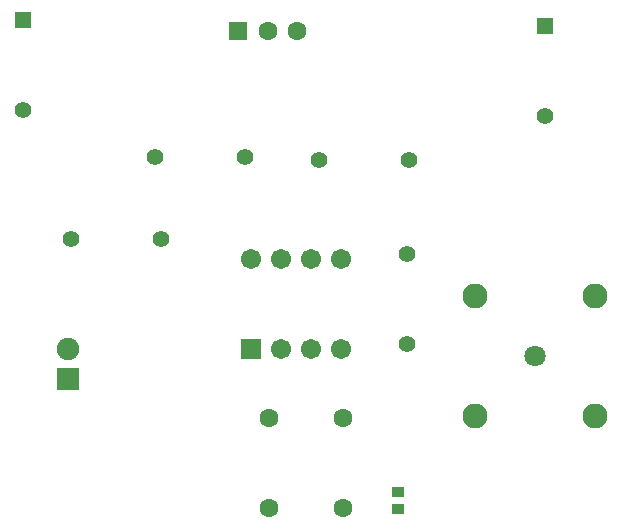
<source format=gts>
G04*
G04 #@! TF.GenerationSoftware,Altium Limited,Altium Designer,20.1.14 (287)*
G04*
G04 Layer_Color=8388736*
%FSLAX25Y25*%
%MOIN*%
G70*
G04*
G04 #@! TF.SameCoordinates,068E075E-6B28-4131-8978-D2EB394F3ECB*
G04*
G04*
G04 #@! TF.FilePolarity,Negative*
G04*
G01*
G75*
%ADD16R,0.04343X0.03556*%
%ADD17C,0.05524*%
%ADD18C,0.07099*%
%ADD19C,0.08280*%
%ADD20C,0.06312*%
%ADD21R,0.05524X0.05524*%
%ADD22R,0.06312X0.06312*%
%ADD23R,0.06706X0.06706*%
%ADD24C,0.06706*%
%ADD25R,0.07493X0.07493*%
%ADD26C,0.07493*%
D16*
X156000Y5047D02*
D03*
Y10953D02*
D03*
D17*
X77000Y95000D02*
D03*
X47000D02*
D03*
X105000Y122500D02*
D03*
X75000D02*
D03*
X159500Y121500D02*
D03*
X129500D02*
D03*
X159000Y90000D02*
D03*
Y60000D02*
D03*
X205000Y136000D02*
D03*
X31000Y138000D02*
D03*
D18*
X201618Y56118D02*
D03*
D19*
X221500Y36236D02*
D03*
X181736Y76000D02*
D03*
Y36236D02*
D03*
X221500Y76000D02*
D03*
D20*
X137500Y5500D02*
D03*
Y35500D02*
D03*
X113000D02*
D03*
Y5500D02*
D03*
X122343Y164500D02*
D03*
X112500D02*
D03*
D21*
X205000Y166000D02*
D03*
X31000Y168000D02*
D03*
D22*
X102657Y164500D02*
D03*
D23*
X107000Y58500D02*
D03*
D24*
X117000D02*
D03*
X127000D02*
D03*
X137000D02*
D03*
X107000Y88500D02*
D03*
X117000D02*
D03*
X127000D02*
D03*
X137000D02*
D03*
D25*
X46000Y48500D02*
D03*
D26*
Y58500D02*
D03*
M02*

</source>
